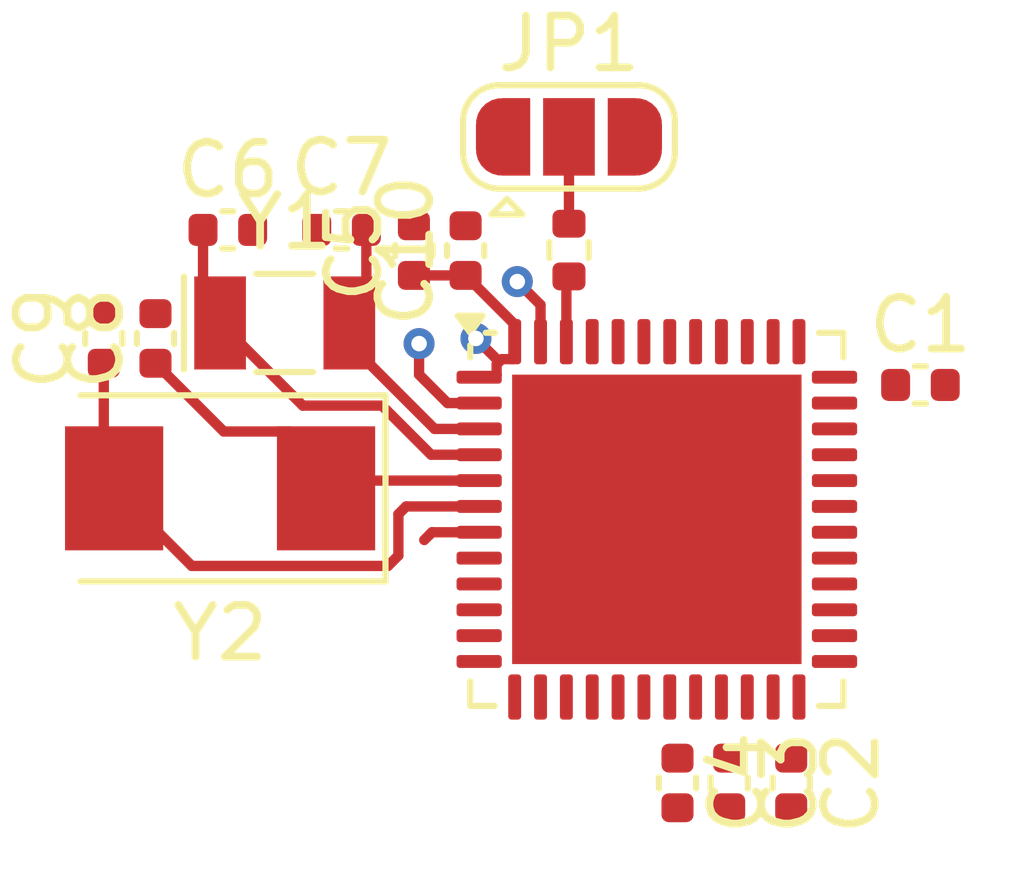
<source format=kicad_pcb>
(kicad_pcb (version 20241229) (generator "pcbnew") (generator_version "9.0")
  (layers (0 "F.Cu" signal) (2 "B.Cu" signal) (13 "F.Paste" user) (15 "B.Paste" user) (5 "F.SilkS" user "F.Silkscreen") (7 "B.SilkS" user "B.Silkscreen") (1 "F.Mask" user) (3 "B.Mask" user) (25 "Edge.Cuts" user))
  (net 0 "")
  (net 1 "GND")
  (net 2 "+3.3V")
  (net 3 "/OSC32_OUT")
  (net 4 "/OSC32_IN")
  (net 5 "/OSC_IN")
  (net 6 "/OSC_OUT")
  (net 7 "Net-(JP1-C)")
  (net 8 "Net-(U1-PB8)")
  (net 30 "/SWDIO")
  (net 32 "/SWCLK")
  (net 35 "unconnected-(U1-PB9-Pad47)")
  (net 37 "/NRST")
  (net 39 "/TDI")
  (net 40 "unconnected-(U1-PC13-Pad2)")
  (footprint "Capacitor_SMD:C_0402_1005Metric" (layer "F.Cu") (at 110.3 71.5 90)
    (property "Reference" "C8" (at 0 -1.16 90) (layer "F.SilkS"))
    (property "Value" "24p")
    (fp_line (start -0.107836 -0.36) (end 0.107836 -0.36) (stroke (width 0.12)) (layer "F.SilkS"))
    (fp_line (start -0.107836 0.36) (end 0.107836 0.36) (stroke (width 0.12)) (layer "F.SilkS"))
    (pad "1" smd roundrect (at -0.48 0 90) (size 0.56 0.62) (layers "F.Cu" "F.Mask" "F.Paste") (net 5 "/OSC_IN"))
    (pad "2" smd roundrect (at 0.48 0 90) (size 0.56 0.62) (layers "F.Cu" "F.Mask" "F.Paste") (net 1 "GND"))
  )
  (footprint "Jumper:SolderJumper-3_P1.3mm_Open_RoundedPad1.0x1.5mm" (layer "F.Cu") (at 118.3 67.6)
    (property "Reference" "JP1" (at 0 -1.8 0) (layer "F.SilkS"))
    (property "Value" "SolderJumper_3_Open")
    (fp_line (start -2.05 0.3) (end -2.05 -0.3) (stroke (width 0.12)) (layer "F.SilkS"))
    (fp_line (start -1.5 1.5) (end -0.9 1.5) (stroke (width 0.12)) (layer "F.SilkS"))
    (fp_line (start -1.4 -1) (end 1.4 -1) (stroke (width 0.12)) (layer "F.SilkS"))
    (fp_line (start -1.2 1.2) (end -1.5 1.5) (stroke (width 0.12)) (layer "F.SilkS"))
    (fp_line (start -1.2 1.2) (end -0.9 1.5) (stroke (width 0.12)) (layer "F.SilkS"))
    (fp_line (start 1.4 1) (end -1.4 1) (stroke (width 0.12)) (layer "F.SilkS"))
    (fp_line (start 2.05 -0.3) (end 2.05 0.3) (stroke (width 0.12)) (layer "F.SilkS"))
    (fp_arc (start -2.05 -0.3) (mid -1.844975 -0.794975) (end -1.35 -1) (stroke (width 0.12)) (layer "F.SilkS"))
    (fp_arc (start -1.35 1) (mid -1.844975 0.794975) (end -2.05 0.3) (stroke (width 0.12)) (layer "F.SilkS"))
    (fp_arc (start 1.35 -1) (mid 1.844975 -0.794975) (end 2.05 -0.3) (stroke (width 0.12)) (layer "F.SilkS"))
    (fp_arc (start 2.05 0.3) (mid 1.844975 0.794975) (end 1.35 1) (stroke (width 0.12)) (layer "F.SilkS"))
    (pad "1" smd custom (at -1.3 0) (size 1 0.5) (layers "F.Cu" "F.Mask") (net 1 "GND") (options (clearance outline) (anchor rect)) (primitives (gr_circle (center 0 0.25) (end 0.5 0.25) (width 0) (fill yes)) (gr_circle (center 0 -0.25) (end 0.5 -0.25) (width 0) (fill yes)) (gr_poly (pts (xy 0.55 0.75) (xy 0 0.75) (xy 0 -0.75) (xy 0.55 -0.75)) (width 0) (fill yes))))
    (pad "2" smd rect (at 0 0) (size 1 1.5) (layers "F.Cu" "F.Mask") (net 7 "Net-(JP1-C)"))
    (pad "3" smd custom (at 1.3 0) (size 1 0.5) (layers "F.Cu" "F.Mask") (net 2 "+3.3V") (options (clearance outline) (anchor rect)) (primitives (gr_circle (center 0 0.25) (end 0.5 0.25) (width 0) (fill yes)) (gr_circle (center 0 -0.25) (end 0.5 -0.25) (width 0) (fill yes)) (gr_poly (pts (xy 0 0.75) (xy -0.55 0.75) (xy -0.55 -0.75) (xy 0 -0.75)) (width 0) (fill yes))))
  )
  (footprint "Package_DFN_QFN:QFN-48-1EP_7x7mm_P0.5mm_EP5.6x5.6mm" (layer "F.Cu") (at 120 75)
    (property "Reference" "U1" (hide yes))
    (property "Value" "STM32G473CCUx")
    (fp_line (start -3.61 -3.135) (end -3.61 -3.37) (stroke (width 0.12)) (layer "F.SilkS"))
    (fp_line (start -3.61 3.61) (end -3.61 3.135) (stroke (width 0.12)) (layer "F.SilkS"))
    (fp_line (start -3.135 -3.61) (end -3.31 -3.61) (stroke (width 0.12)) (layer "F.SilkS"))
    (fp_line (start -3.135 3.61) (end -3.61 3.61) (stroke (width 0.12)) (layer "F.SilkS"))
    (fp_line (start 3.135 -3.61) (end 3.61 -3.61) (stroke (width 0.12)) (layer "F.SilkS"))
    (fp_line (start 3.135 3.61) (end 3.61 3.61) (stroke (width 0.12)) (layer "F.SilkS"))
    (fp_line (start 3.61 -3.61) (end 3.61 -3.135) (stroke (width 0.12)) (layer "F.SilkS"))
    (fp_line (start 3.61 3.61) (end 3.61 3.135) (stroke (width 0.12)) (layer "F.SilkS"))
    (fp_poly (pts (xy -3.61 -3.61) (xy -3.85 -3.94) (xy -3.37 -3.94)) (stroke (width 0.12)) (fill yes) (layer "F.SilkS"))
    (pad "1" smd roundrect (at -3.4375 -2.75) (size 0.875 0.25) (layers "F.Cu" "F.Mask" "F.Paste") (net 2 "+3.3V"))
    (pad "2" smd roundrect (at -3.4375 -2.25) (size 0.875 0.25) (layers "F.Cu" "F.Mask" "F.Paste") (net 40 "unconnected-(U1-PC13-Pad2)"))
    (pad "3" smd roundrect (at -3.4375 -1.75) (size 0.875 0.25) (layers "F.Cu" "F.Mask" "F.Paste") (net 4 "/OSC32_IN"))
    (pad "4" smd roundrect (at -3.4375 -1.25) (size 0.875 0.25) (layers "F.Cu" "F.Mask" "F.Paste") (net 3 "/OSC32_OUT"))
    (pad "5" smd roundrect (at -3.4375 -0.75) (size 0.875 0.25) (layers "F.Cu" "F.Mask" "F.Paste") (net 5 "/OSC_IN"))
    (pad "6" smd roundrect (at -3.4375 -0.25) (size 0.875 0.25) (layers "F.Cu" "F.Mask" "F.Paste") (net 6 "/OSC_OUT"))
    (pad "7" smd roundrect (at -3.4375 0.25) (size 0.875 0.25) (layers "F.Cu" "F.Mask" "F.Paste") (net 37 "/NRST"))
    (pad "8" smd roundrect (at -3.4375 0.75) (size 0.875 0.25) (layers "F.Cu" "F.Mask" "F.Paste"))
    (pad "9" smd roundrect (at -3.4375 1.25) (size 0.875 0.25) (layers "F.Cu" "F.Mask" "F.Paste"))
    (pad "10" smd roundrect (at -3.4375 1.75) (size 0.875 0.25) (layers "F.Cu" "F.Mask" "F.Paste"))
    (pad "11" smd roundrect (at -3.4375 2.25) (size 0.875 0.25) (layers "F.Cu" "F.Mask" "F.Paste"))
    (pad "12" smd roundrect (at -3.4375 2.75) (size 0.875 0.25) (layers "F.Cu" "F.Mask" "F.Paste"))
    (pad "13" smd roundrect (at -2.75 3.4375) (size 0.25 0.875) (layers "F.Cu" "F.Mask" "F.Paste"))
    (pad "14" smd roundrect (at -2.25 3.4375) (size 0.25 0.875) (layers "F.Cu" "F.Mask" "F.Paste"))
    (pad "15" smd roundrect (at -1.75 3.4375) (size 0.25 0.875) (layers "F.Cu" "F.Mask" "F.Paste"))
    (pad "16" smd roundrect (at -1.25 3.4375) (size 0.25 0.875) (layers "F.Cu" "F.Mask" "F.Paste"))
    (pad "17" smd roundrect (at -0.75 3.4375) (size 0.25 0.875) (layers "F.Cu" "F.Mask" "F.Paste"))
    (pad "18" smd roundrect (at -0.25 3.4375) (size 0.25 0.875) (layers "F.Cu" "F.Mask" "F.Paste"))
    (pad "19" smd roundrect (at 0.25 3.4375) (size 0.25 0.875) (layers "F.Cu" "F.Mask" "F.Paste"))
    (pad "20" smd roundrect (at 0.75 3.4375) (size 0.25 0.875) (layers "F.Cu" "F.Mask" "F.Paste") (net 2 "+3.3V"))
    (pad "21" smd roundrect (at 1.25 3.4375) (size 0.25 0.875) (layers "F.Cu" "F.Mask" "F.Paste") (net 2 "+3.3V"))
    (pad "22" smd roundrect (at 1.75 3.4375) (size 0.25 0.875) (layers "F.Cu" "F.Mask" "F.Paste"))
    (pad "23" smd roundrect (at 2.25 3.4375) (size 0.25 0.875) (layers "F.Cu" "F.Mask" "F.Paste") (net 2 "+3.3V"))
    (pad "24" smd roundrect (at 2.75 3.4375) (size 0.25 0.875) (layers "F.Cu" "F.Mask" "F.Paste"))
    (pad "25" smd roundrect (at 3.4375 2.75) (size 0.875 0.25) (layers "F.Cu" "F.Mask" "F.Paste"))
    (pad "26" smd roundrect (at 3.4375 2.25) (size 0.875 0.25) (layers "F.Cu" "F.Mask" "F.Paste"))
    (pad "27" smd roundrect (at 3.4375 1.75) (size 0.875 0.25) (layers "F.Cu" "F.Mask" "F.Paste"))
    (pad "28" smd roundrect (at 3.4375 1.25) (size 0.875 0.25) (layers "F.Cu" "F.Mask" "F.Paste"))
    (pad "29" smd roundrect (at 3.4375 0.75) (size 0.875 0.25) (layers "F.Cu" "F.Mask" "F.Paste"))
    (pad "30" smd roundrect (at 3.4375 0.25) (size 0.875 0.25) (layers "F.Cu" "F.Mask" "F.Paste"))
    (pad "31" smd roundrect (at 3.4375 -0.25) (size 0.875 0.25) (layers "F.Cu" "F.Mask" "F.Paste"))
    (pad "32" smd roundrect (at 3.4375 -0.75) (size 0.875 0.25) (layers "F.Cu" "F.Mask" "F.Paste"))
    (pad "33" smd roundrect (at 3.4375 -1.25) (size 0.875 0.25) (layers "F.Cu" "F.Mask" "F.Paste"))
    (pad "34" smd roundrect (at 3.4375 -1.75) (size 0.875 0.25) (layers "F.Cu" "F.Mask" "F.Paste"))
    (pad "35" smd roundrect (at 3.4375 -2.25) (size 0.875 0.25) (layers "F.Cu" "F.Mask" "F.Paste") (net 2 "+3.3V"))
    (pad "36" smd roundrect (at 3.4375 -2.75) (size 0.875 0.25) (layers "F.Cu" "F.Mask" "F.Paste") (net 30 "/SWDIO"))
    (pad "37" smd roundrect (at 2.75 -3.4375) (size 0.25 0.875) (layers "F.Cu" "F.Mask" "F.Paste") (net 32 "/SWCLK"))
    (pad "38" smd roundrect (at 2.25 -3.4375) (size 0.25 0.875) (layers "F.Cu" "F.Mask" "F.Paste") (net 39 "/TDI"))
    (pad "39" smd roundrect (at 1.75 -3.4375) (size 0.25 0.875) (layers "F.Cu" "F.Mask" "F.Paste"))
    (pad "40" smd roundrect (at 1.25 -3.4375) (size 0.25 0.875) (layers "F.Cu" "F.Mask" "F.Paste"))
    (pad "41" smd roundrect (at 0.75 -3.4375) (size 0.25 0.875) (layers "F.Cu" "F.Mask" "F.Paste"))
    (pad "42" smd roundrect (at 0.25 -3.4375) (size 0.25 0.875) (layers "F.Cu" "F.Mask" "F.Paste"))
    (pad "43" smd roundrect (at -0.25 -3.4375) (size 0.25 0.875) (layers "F.Cu" "F.Mask" "F.Paste"))
    (pad "44" smd roundrect (at -0.75 -3.4375) (size 0.25 0.875) (layers "F.Cu" "F.Mask" "F.Paste"))
    (pad "45" smd roundrect (at -1.25 -3.4375) (size 0.25 0.875) (layers "F.Cu" "F.Mask" "F.Paste"))
    (pad "46" smd roundrect (at -1.75 -3.4375) (size 0.25 0.875) (layers "F.Cu" "F.Mask" "F.Paste") (net 8 "Net-(U1-PB8)"))
    (pad "47" smd roundrect (at -2.25 -3.4375) (size 0.25 0.875) (layers "F.Cu" "F.Mask" "F.Paste") (net 35 "unconnected-(U1-PB9-Pad47)"))
    (pad "48" smd roundrect (at -2.75 -3.4375) (size 0.25 0.875) (layers "F.Cu" "F.Mask" "F.Paste") (net 2 "+3.3V"))
    (pad "49" smd rect (at 0 0) (size 5.6 5.6) (property pad_prop_heatsink) (layers "F.Cu" "F.Mask") (net 1 "GND"))
  )
  (footprint "Resistor_SMD:R_0402_1005Metric" (layer "F.Cu") (at 118.3 69.79 -90)
    (property "Reference" "R1" (hide yes))
    (property "Value" "10k")
    (fp_line (start -0.153641 0.38) (end 0.153641 0.38) (stroke (width 0.12)) (layer "F.SilkS"))
    (fp_line (start -0.153641 -0.38) (end 0.153641 -0.38) (stroke (width 0.12)) (layer "F.SilkS"))
    (pad "1" smd roundrect (at -0.51 0 270) (size 0.54 0.64) (layers "F.Cu" "F.Mask" "F.Paste") (net 7 "Net-(JP1-C)"))
    (pad "2" smd roundrect (at 0.51 0 270) (size 0.54 0.64) (layers "F.Cu" "F.Mask" "F.Paste") (net 8 "Net-(U1-PB8)"))
  )
  (footprint "Capacitor_SMD:C_0402_1005Metric" (layer "F.Cu") (at 120.4 80.1 -90)
    (property "Reference" "C4" (at 0 -1.16 90) (layer "F.SilkS"))
    (property "Value" "100n")
    (fp_line (start -0.107836 0.36) (end 0.107836 0.36) (stroke (width 0.12)) (layer "F.SilkS"))
    (fp_line (start -0.107836 -0.36) (end 0.107836 -0.36) (stroke (width 0.12)) (layer "F.SilkS"))
    (pad "1" smd roundrect (at -0.48 0 270) (size 0.56 0.62) (layers "F.Cu" "F.Mask" "F.Paste") (net 2 "+3.3V"))
    (pad "2" smd roundrect (at 0.48 0 270) (size 0.56 0.62) (layers "F.Cu" "F.Mask" "F.Paste") (net 1 "GND"))
  )
  (footprint "Capacitor_SMD:C_0402_1005Metric" (layer "F.Cu") (at 113.9 69.4 180)
    (property "Reference" "C7" (at 0 1.2 0) (layer "F.SilkS"))
    (property "Value" "5p")
    (fp_line (start -0.107836 0.36) (end 0.107836 0.36) (stroke (width 0.12)) (layer "F.SilkS"))
    (fp_line (start -0.107836 -0.36) (end 0.107836 -0.36) (stroke (width 0.12)) (layer "F.SilkS"))
    (pad "1" smd roundrect (at -0.48 0 180) (size 0.56 0.62) (layers "F.Cu" "F.Mask" "F.Paste") (net 4 "/OSC32_IN"))
    (pad "2" smd roundrect (at 0.48 0 180) (size 0.56 0.62) (layers "F.Cu" "F.Mask" "F.Paste") (net 1 "GND"))
  )
  (footprint "Capacitor_SMD:C_0402_1005Metric" (layer "F.Cu") (at 115.3 69.8 90)
    (property "Reference" "C5" (at 0 -1.16 90) (layer "F.SilkS"))
    (property "Value" "1u")
    (fp_line (start -0.107836 -0.36) (end 0.107836 -0.36) (stroke (width 0.12)) (layer "F.SilkS"))
    (fp_line (start -0.107836 0.36) (end 0.107836 0.36) (stroke (width 0.12)) (layer "F.SilkS"))
    (pad "1" smd roundrect (at -0.48 0 90) (size 0.56 0.62) (layers "F.Cu" "F.Mask" "F.Paste") (net 2 "+3.3V"))
    (pad "2" smd roundrect (at 0.48 0 90) (size 0.56 0.62) (layers "F.Cu" "F.Mask" "F.Paste") (net 1 "GND"))
  )
  (footprint "Capacitor_SMD:C_0402_1005Metric" (layer "F.Cu") (at 122.6 80.1 -90)
    (property "Reference" "C2" (at 0 -1.16 90) (layer "F.SilkS"))
    (property "Value" "100n")
    (fp_line (start -0.107836 0.36) (end 0.107836 0.36) (stroke (width 0.12)) (layer "F.SilkS"))
    (fp_line (start -0.107836 -0.36) (end 0.107836 -0.36) (stroke (width 0.12)) (layer "F.SilkS"))
    (pad "1" smd roundrect (at -0.48 0 270) (size 0.56 0.62) (layers "F.Cu" "F.Mask" "F.Paste") (net 2 "+3.3V"))
    (pad "2" smd roundrect (at 0.48 0 270) (size 0.56 0.62) (layers "F.Cu" "F.Mask" "F.Paste") (net 1 "GND"))
  )
  (footprint "Capacitor_SMD:C_0402_1005Metric" (layer "F.Cu") (at 116.3 69.8 90)
    (property "Reference" "C10" (at 0 -1.16 90) (layer "F.SilkS"))
    (property "Value" "10u")
    (fp_line (start -0.107836 -0.36) (end 0.107836 -0.36) (stroke (width 0.12)) (layer "F.SilkS"))
    (fp_line (start -0.107836 0.36) (end 0.107836 0.36) (stroke (width 0.12)) (layer "F.SilkS"))
    (pad "1" smd roundrect (at -0.48 0 90) (size 0.56 0.62) (layers "F.Cu" "F.Mask" "F.Paste") (net 2 "+3.3V"))
    (pad "2" smd roundrect (at 0.48 0 90) (size 0.56 0.62) (layers "F.Cu" "F.Mask" "F.Paste") (net 1 "GND"))
  )
  (footprint "Capacitor_SMD:C_0402_1005Metric" (layer "F.Cu") (at 109.3 71.5 90)
    (property "Reference" "C9" (at 0 -1.16 90) (layer "F.SilkS"))
    (property "Value" "24p")
    (fp_line (start -0.107836 -0.36) (end 0.107836 -0.36) (stroke (width 0.12)) (layer "F.SilkS"))
    (fp_line (start -0.107836 0.36) (end 0.107836 0.36) (stroke (width 0.12)) (layer "F.SilkS"))
    (pad "1" smd roundrect (at -0.48 0 90) (size 0.56 0.62) (layers "F.Cu" "F.Mask" "F.Paste") (net 6 "/OSC_OUT"))
    (pad "2" smd roundrect (at 0.48 0 90) (size 0.56 0.62) (layers "F.Cu" "F.Mask" "F.Paste") (net 1 "GND"))
  )
  (footprint "Capacitor_SMD:C_0402_1005Metric" (layer "F.Cu") (at 121.4 80.1 -90)
    (property "Reference" "C3" (at 0 -1.16 90) (layer "F.SilkS"))
    (property "Value" "100n")
    (fp_line (start -0.107836 0.36) (end 0.107836 0.36) (stroke (width 0.12)) (layer "F.SilkS"))
    (fp_line (start -0.107836 -0.36) (end 0.107836 -0.36) (stroke (width 0.12)) (layer "F.SilkS"))
    (pad "1" smd roundrect (at -0.48 0 270) (size 0.56 0.62) (layers "F.Cu" "F.Mask" "F.Paste") (net 2 "+3.3V"))
    (pad "2" smd roundrect (at 0.48 0 270) (size 0.56 0.62) (layers "F.Cu" "F.Mask" "F.Paste") (net 1 "GND"))
  )
  (footprint "Capacitor_SMD:C_0402_1005Metric" (layer "F.Cu") (at 111.7 69.4)
    (property "Reference" "C6" (at 0 -1.16 0) (layer "F.SilkS"))
    (property "Value" "5p")
    (fp_line (start -0.107836 -0.36) (end 0.107836 -0.36) (stroke (width 0.12)) (layer "F.SilkS"))
    (fp_line (start -0.107836 0.36) (end 0.107836 0.36) (stroke (width 0.12)) (layer "F.SilkS"))
    (pad "1" smd roundrect (at -0.48 0) (size 0.56 0.62) (layers "F.Cu" "F.Mask" "F.Paste") (net 3 "/OSC32_OUT"))
    (pad "2" smd roundrect (at 0.48 0) (size 0.56 0.62) (layers "F.Cu" "F.Mask" "F.Paste") (net 1 "GND"))
  )
  (footprint "Capacitor_SMD:C_0402_1005Metric" (layer "F.Cu") (at 125.1 72.4)
    (property "Reference" "C1" (at 0 -1.16 0) (layer "F.SilkS"))
    (property "Value" "100n")
    (fp_line (start -0.107836 -0.36) (end 0.107836 -0.36) (stroke (width 0.12)) (layer "F.SilkS"))
    (fp_line (start -0.107836 0.36) (end 0.107836 0.36) (stroke (width 0.12)) (layer "F.SilkS"))
    (pad "1" smd roundrect (at -0.48 0) (size 0.56 0.62) (layers "F.Cu" "F.Mask" "F.Paste") (net 2 "+3.3V"))
    (pad "2" smd roundrect (at 0.48 0) (size 0.56 0.62) (layers "F.Cu" "F.Mask" "F.Paste") (net 1 "GND"))
  )
  (footprint "Crystal:Crystal_SMD_G8-2Pin_3.2x1.5mm" (layer "F.Cu") (at 112.8 71.2)
    (property "Reference" "Y1" (at 0 -1.95 0) (layer "F.SilkS"))
    (property "Value" "Crystal")
    (fp_line (start -1.95 -0.9) (end -1.95 0.9) (stroke (width 0.12)) (layer "F.SilkS"))
    (fp_line (start -0.55 -0.95) (end 0.55 -0.95) (stroke (width 0.12)) (layer "F.SilkS"))
    (fp_line (start -0.55 0.95) (end 0.55 0.95) (stroke (width 0.12)) (layer "F.SilkS"))
    (pad "1" smd rect (at -1.25 0) (size 1 1.8) (layers "F.Cu" "F.Mask" "F.Paste") (net 3 "/OSC32_OUT"))
    (pad "2" smd rect (at 1.25 0) (size 1 1.8) (layers "F.Cu" "F.Mask" "F.Paste") (net 4 "/OSC32_IN"))
  )
  (footprint "Crystal:Crystal_SMD_Abracon_ABM3-2Pin_5.0x3.2mm" (layer "F.Cu") (at 111.55 74.4 180)
    (property "Reference" "Y2" (at 0 -2.8 0) (layer "F.SilkS"))
    (property "Value" "Crystal")
    (fp_line (start 2.7 -1.8) (end -3.2 -1.8) (stroke (width 0.12)) (layer "F.SilkS"))
    (fp_line (start -3.2 1.8) (end 2.7 1.8) (stroke (width 0.12)) (layer "F.SilkS"))
    (fp_line (start -3.2 -1.8) (end -3.2 1.8) (stroke (width 0.12)) (layer "F.SilkS"))
    (pad "1" smd rect (at -2.05 0 180) (size 1.9 2.4) (layers "F.Cu" "F.Mask" "F.Paste") (net 5 "/OSC_IN"))
    (pad "2" smd rect (at 2.05 0 180) (size 1.9 2.4) (layers "F.Cu" "F.Mask" "F.Paste") (net 6 "/OSC_OUT"))
  )
  (segment (start 116.85 72.25) (end 116.9 72.2) (width 0.2) (layer "F.Cu") (net 2))
  (segment (start 117.2 71.9) (end 117 71.9) (width 0.2) (layer "F.Cu") (net 2))
  (segment (start 116.95 71.95) (end 116.9 72) (width 0.2) (layer "F.Cu") (net 2))
  (segment (start 117 71.9) (end 116.95 71.95) (width 0.2) (layer "F.Cu") (net 2))
  (segment (start 116.5625 72.25) (end 116.85 72.25) (width 0.2) (layer "F.Cu") (net 2))
  (segment (start 117.25 71.85) (end 117.2 71.9) (width 0.2) (layer "F.Cu") (net 2))
  (segment (start 115.3 70.28) (end 116.3 70.28) (width 0.2) (layer "F.Cu") (net 2))
  (segment (start 117.25 71.23) (end 116.3 70.28) (width 0.2) (layer "F.Cu") (net 2))
  (segment (start 116.95 71.95) (end 116.5 71.5) (width 0.2) (layer "F.Cu") (net 2))
  (segment (start 117.25 71.5625) (end 117.25 71.85) (width 0.2) (layer "F.Cu") (net 2))
  (segment (start 116.9 72.2) (end 116.9 72) (width 0.2) (layer "F.Cu") (net 2))
  (segment (start 117.25 71.5625) (end 117.25 71.23) (width 0.2) (layer "F.Cu") (net 2))
  (via (at 116.5 71.5) (size 0.6) (drill 0.3) (layers "F.Cu" "B.Cu") (net 2))
  (segment (start 111.22 69.4) (end 111.22 70.87) (width 0.2) (layer "F.Cu") (net 3))
  (segment (start 114.6829 72.8) (end 115.6329 73.75) (width 0.2) (layer "F.Cu") (net 3))
  (segment (start 111.55 71.2) (end 113.15 72.8) (width 0.2) (layer "F.Cu") (net 3))
  (segment (start 115.6329 73.75) (end 116.5625 73.75) (width 0.2) (layer "F.Cu") (net 3))
  (segment (start 113.15 72.8) (end 114.6829 72.8) (width 0.2) (layer "F.Cu") (net 3))
  (segment (start 111.22 70.87) (end 111.55 71.2) (width 0.2) (layer "F.Cu") (net 3))
  (segment (start 115.7 73.25) (end 116.5625 73.25) (width 0.2) (layer "F.Cu") (net 4))
  (segment (start 114.38 70.87) (end 114.05 71.2) (width 0.2) (layer "F.Cu") (net 4))
  (segment (start 114.05 71.2) (end 114.05 71.6) (width 0.2) (layer "F.Cu") (net 4))
  (segment (start 114.05 71.6) (end 115.7 73.25) (width 0.2) (layer "F.Cu") (net 4))
  (segment (start 114.38 69.4) (end 114.38 70.87) (width 0.2) (layer "F.Cu") (net 4))
  (segment (start 113.6 74.4) (end 113.6 74) (width 0.2) (layer "F.Cu") (net 5))
  (segment (start 113.75 74.25) (end 113.6 74.4) (width 0.2) (layer "F.Cu") (net 5))
  (segment (start 111.62 73.3) (end 110.3 71.98) (width 0.2) (layer "F.Cu") (net 5))
  (segment (start 116.5625 74.25) (end 113.75 74.25) (width 0.2) (layer "F.Cu") (net 5))
  (segment (start 113.6 74) (end 112.9 73.3) (width 0.2) (layer "F.Cu") (net 5))
  (segment (start 113.6 74.4) (end 114.15 73.85) (width 0.2) (layer "F.Cu") (net 5))
  (segment (start 112.9 73.3) (end 111.62 73.3) (width 0.2) (layer "F.Cu") (net 5))
  (segment (start 115.15 74.75) (end 116.5625 74.75) (width 0.2) (layer "F.Cu") (net 6))
  (segment (start 109.5 74.4) (end 111.001 75.901) (width 0.2) (layer "F.Cu") (net 6))
  (segment (start 111.001 75.901) (end 114.799 75.901) (width 0.2) (layer "F.Cu") (net 6))
  (segment (start 109.3 74.2) (end 109.5 74.4) (width 0.2) (layer "F.Cu") (net 6))
  (segment (start 114.799 75.901) (end 115 75.7) (width 0.2) (layer "F.Cu") (net 6))
  (segment (start 115 75.7) (end 115 74.9) (width 0.2) (layer "F.Cu") (net 6))
  (segment (start 109.3 71.98) (end 109.3 74.2) (width 0.2) (layer "F.Cu") (net 6))
  (segment (start 115 74.9) (end 115.15 74.75) (width 0.2) (layer "F.Cu") (net 6))
  (segment (start 118.3 67.6) (end 118.3 69.28) (width 0.2) (layer "F.Cu") (net 7))
  (segment (start 118.25 70.35) (end 118.3 70.3) (width 0.2) (layer "F.Cu") (net 8))
  (segment (start 118.25 71.5625) (end 118.25 70.35) (width 0.2) (layer "F.Cu") (net 8))
  (segment (start 117.75 70.85) (end 117.3 70.4) (width 0.2) (layer "F.Cu") (net 35))
  (segment (start 117.75 71.5625) (end 117.75 70.85) (width 0.2) (layer "F.Cu") (net 35))
  (via (at 117.3 70.4) (size 0.6) (drill 0.3) (layers "F.Cu" "B.Cu") (net 35))
  (segment (start 115.65 75.25) (end 115.5 75.4) (width 0.2) (layer "F.Cu") (net 37))
  (segment (start 116.5625 75.25) (end 115.65 75.25) (width 0.2) (layer "F.Cu") (net 37))
  (segment (start 115.65 75.25) (end 115.6 75.3) (width 0.2) (layer "F.Cu") (net 37))
  (segment (start 116.5625 72.75) (end 115.95 72.75) (width 0.2) (layer "F.Cu") (net 40))
  (segment (start 115.5 72.3) (end 115.4 72.2) (width 0.2) (layer "F.Cu") (net 40))
  (segment (start 115.95 72.75) (end 115.5 72.3) (width 0.2) (layer "F.Cu") (net 40))
  (segment (start 115.4 72.2) (end 115.4 71.6) (width 0.2) (layer "F.Cu") (net 40))
  (via (at 115.4 71.6) (size 0.6) (drill 0.3) (layers "F.Cu" "B.Cu") (net 40))
)
</source>
